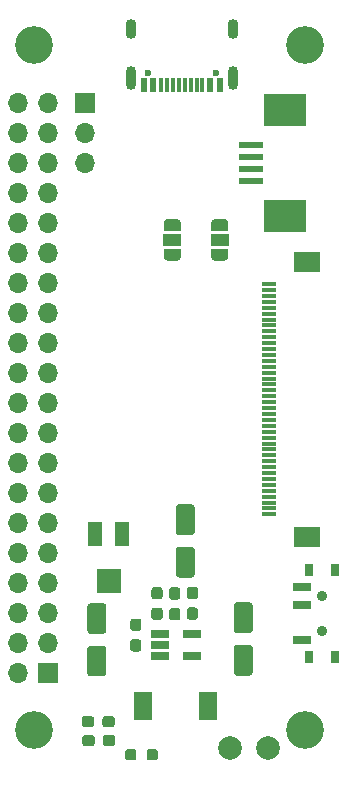
<source format=gbr>
G04 #@! TF.GenerationSoftware,KiCad,Pcbnew,5.1.9+dfsg1-1~bpo10+1*
G04 #@! TF.CreationDate,2021-04-26T12:45:50+00:00*
G04 #@! TF.ProjectId,rgb_lcd_pihat,7267625f-6c63-4645-9f70-696861742e6b,rev?*
G04 #@! TF.SameCoordinates,Original*
G04 #@! TF.FileFunction,Soldermask,Top*
G04 #@! TF.FilePolarity,Negative*
%FSLAX46Y46*%
G04 Gerber Fmt 4.6, Leading zero omitted, Abs format (unit mm)*
G04 Created by KiCad (PCBNEW 5.1.9+dfsg1-1~bpo10+1) date 2021-04-26 12:45:50*
%MOMM*%
%LPD*%
G01*
G04 APERTURE LIST*
%ADD10C,2.000000*%
%ADD11C,0.100000*%
%ADD12R,1.500000X1.000000*%
%ADD13R,0.600000X1.160000*%
%ADD14C,0.600000*%
%ADD15R,0.300000X1.160000*%
%ADD16O,0.900000X1.700000*%
%ADD17O,0.900000X2.000000*%
%ADD18C,3.200000*%
%ADD19R,1.700000X1.700000*%
%ADD20O,1.700000X1.700000*%
%ADD21R,1.500000X2.400000*%
%ADD22R,2.000000X0.610000*%
%ADD23R,3.600000X2.680000*%
%ADD24R,2.200000X1.800000*%
%ADD25R,1.300000X0.300000*%
%ADD26R,1.300000X2.000000*%
%ADD27R,2.000000X2.000000*%
%ADD28C,0.900000*%
%ADD29R,1.500000X0.700000*%
%ADD30R,0.800000X1.000000*%
%ADD31R,1.560000X0.650000*%
G04 APERTURE END LIST*
D10*
X63600000Y-98000000D03*
X60400000Y-98000000D03*
G36*
G01*
X53312500Y-98837500D02*
X53312500Y-98362500D01*
G75*
G02*
X53550000Y-98125000I237500J0D01*
G01*
X54050000Y-98125000D01*
G75*
G02*
X54287500Y-98362500I0J-237500D01*
G01*
X54287500Y-98837500D01*
G75*
G02*
X54050000Y-99075000I-237500J0D01*
G01*
X53550000Y-99075000D01*
G75*
G02*
X53312500Y-98837500I0J237500D01*
G01*
G37*
G36*
G01*
X51487500Y-98837500D02*
X51487500Y-98362500D01*
G75*
G02*
X51725000Y-98125000I237500J0D01*
G01*
X52225000Y-98125000D01*
G75*
G02*
X52462500Y-98362500I0J-237500D01*
G01*
X52462500Y-98837500D01*
G75*
G02*
X52225000Y-99075000I-237500J0D01*
G01*
X51725000Y-99075000D01*
G75*
G02*
X51487500Y-98837500I0J237500D01*
G01*
G37*
D11*
G36*
X58750000Y-54250000D02*
G01*
X58750000Y-53700000D01*
X58750602Y-53700000D01*
X58750602Y-53675466D01*
X58755412Y-53626635D01*
X58764984Y-53578510D01*
X58779228Y-53531555D01*
X58798005Y-53486222D01*
X58821136Y-53442949D01*
X58848396Y-53402150D01*
X58879524Y-53364221D01*
X58914221Y-53329524D01*
X58952150Y-53298396D01*
X58992949Y-53271136D01*
X59036222Y-53248005D01*
X59081555Y-53229228D01*
X59128510Y-53214984D01*
X59176635Y-53205412D01*
X59225466Y-53200602D01*
X59250000Y-53200602D01*
X59250000Y-53200000D01*
X59750000Y-53200000D01*
X59750000Y-53200602D01*
X59774534Y-53200602D01*
X59823365Y-53205412D01*
X59871490Y-53214984D01*
X59918445Y-53229228D01*
X59963778Y-53248005D01*
X60007051Y-53271136D01*
X60047850Y-53298396D01*
X60085779Y-53329524D01*
X60120476Y-53364221D01*
X60151604Y-53402150D01*
X60178864Y-53442949D01*
X60201995Y-53486222D01*
X60220772Y-53531555D01*
X60235016Y-53578510D01*
X60244588Y-53626635D01*
X60249398Y-53675466D01*
X60249398Y-53700000D01*
X60250000Y-53700000D01*
X60250000Y-54250000D01*
X58750000Y-54250000D01*
G37*
D12*
X59500000Y-55000000D03*
D11*
G36*
X60249398Y-56300000D02*
G01*
X60249398Y-56324534D01*
X60244588Y-56373365D01*
X60235016Y-56421490D01*
X60220772Y-56468445D01*
X60201995Y-56513778D01*
X60178864Y-56557051D01*
X60151604Y-56597850D01*
X60120476Y-56635779D01*
X60085779Y-56670476D01*
X60047850Y-56701604D01*
X60007051Y-56728864D01*
X59963778Y-56751995D01*
X59918445Y-56770772D01*
X59871490Y-56785016D01*
X59823365Y-56794588D01*
X59774534Y-56799398D01*
X59750000Y-56799398D01*
X59750000Y-56800000D01*
X59250000Y-56800000D01*
X59250000Y-56799398D01*
X59225466Y-56799398D01*
X59176635Y-56794588D01*
X59128510Y-56785016D01*
X59081555Y-56770772D01*
X59036222Y-56751995D01*
X58992949Y-56728864D01*
X58952150Y-56701604D01*
X58914221Y-56670476D01*
X58879524Y-56635779D01*
X58848396Y-56597850D01*
X58821136Y-56557051D01*
X58798005Y-56513778D01*
X58779228Y-56468445D01*
X58764984Y-56421490D01*
X58755412Y-56373365D01*
X58750602Y-56324534D01*
X58750602Y-56300000D01*
X58750000Y-56300000D01*
X58750000Y-55750000D01*
X60250000Y-55750000D01*
X60250000Y-56300000D01*
X60249398Y-56300000D01*
G37*
G36*
X56250000Y-55750000D02*
G01*
X56250000Y-56300000D01*
X56249398Y-56300000D01*
X56249398Y-56324534D01*
X56244588Y-56373365D01*
X56235016Y-56421490D01*
X56220772Y-56468445D01*
X56201995Y-56513778D01*
X56178864Y-56557051D01*
X56151604Y-56597850D01*
X56120476Y-56635779D01*
X56085779Y-56670476D01*
X56047850Y-56701604D01*
X56007051Y-56728864D01*
X55963778Y-56751995D01*
X55918445Y-56770772D01*
X55871490Y-56785016D01*
X55823365Y-56794588D01*
X55774534Y-56799398D01*
X55750000Y-56799398D01*
X55750000Y-56800000D01*
X55250000Y-56800000D01*
X55250000Y-56799398D01*
X55225466Y-56799398D01*
X55176635Y-56794588D01*
X55128510Y-56785016D01*
X55081555Y-56770772D01*
X55036222Y-56751995D01*
X54992949Y-56728864D01*
X54952150Y-56701604D01*
X54914221Y-56670476D01*
X54879524Y-56635779D01*
X54848396Y-56597850D01*
X54821136Y-56557051D01*
X54798005Y-56513778D01*
X54779228Y-56468445D01*
X54764984Y-56421490D01*
X54755412Y-56373365D01*
X54750602Y-56324534D01*
X54750602Y-56300000D01*
X54750000Y-56300000D01*
X54750000Y-55750000D01*
X56250000Y-55750000D01*
G37*
D12*
X55500000Y-55000000D03*
D11*
G36*
X54750602Y-53700000D02*
G01*
X54750602Y-53675466D01*
X54755412Y-53626635D01*
X54764984Y-53578510D01*
X54779228Y-53531555D01*
X54798005Y-53486222D01*
X54821136Y-53442949D01*
X54848396Y-53402150D01*
X54879524Y-53364221D01*
X54914221Y-53329524D01*
X54952150Y-53298396D01*
X54992949Y-53271136D01*
X55036222Y-53248005D01*
X55081555Y-53229228D01*
X55128510Y-53214984D01*
X55176635Y-53205412D01*
X55225466Y-53200602D01*
X55250000Y-53200602D01*
X55250000Y-53200000D01*
X55750000Y-53200000D01*
X55750000Y-53200602D01*
X55774534Y-53200602D01*
X55823365Y-53205412D01*
X55871490Y-53214984D01*
X55918445Y-53229228D01*
X55963778Y-53248005D01*
X56007051Y-53271136D01*
X56047850Y-53298396D01*
X56085779Y-53329524D01*
X56120476Y-53364221D01*
X56151604Y-53402150D01*
X56178864Y-53442949D01*
X56201995Y-53486222D01*
X56220772Y-53531555D01*
X56235016Y-53578510D01*
X56244588Y-53626635D01*
X56249398Y-53675466D01*
X56249398Y-53700000D01*
X56250000Y-53700000D01*
X56250000Y-54250000D01*
X54750000Y-54250000D01*
X54750000Y-53700000D01*
X54750602Y-53700000D01*
G37*
D13*
X53100000Y-41910000D03*
X53900000Y-41910000D03*
X53100000Y-41910000D03*
X53900000Y-41910000D03*
X59500000Y-41910000D03*
X59500000Y-41910000D03*
X58700000Y-41910000D03*
X58700000Y-41910000D03*
D14*
X59190000Y-40850000D03*
X53410000Y-40850000D03*
D15*
X54550000Y-41910000D03*
X55550000Y-41910000D03*
X55050000Y-41910000D03*
X57550000Y-41910000D03*
X58050000Y-41910000D03*
X56050000Y-41910000D03*
X56550000Y-41910000D03*
X57050000Y-41910000D03*
D16*
X51980000Y-37160000D03*
X60620000Y-37160000D03*
D17*
X51980000Y-41330000D03*
X60620000Y-41330000D03*
G36*
G01*
X62050000Y-88300000D02*
X60950000Y-88300000D01*
G75*
G02*
X60700000Y-88050000I0J250000D01*
G01*
X60700000Y-85950000D01*
G75*
G02*
X60950000Y-85700000I250000J0D01*
G01*
X62050000Y-85700000D01*
G75*
G02*
X62300000Y-85950000I0J-250000D01*
G01*
X62300000Y-88050000D01*
G75*
G02*
X62050000Y-88300000I-250000J0D01*
G01*
G37*
G36*
G01*
X62050000Y-91900000D02*
X60950000Y-91900000D01*
G75*
G02*
X60700000Y-91650000I0J250000D01*
G01*
X60700000Y-89550000D01*
G75*
G02*
X60950000Y-89300000I250000J0D01*
G01*
X62050000Y-89300000D01*
G75*
G02*
X62300000Y-89550000I0J-250000D01*
G01*
X62300000Y-91650000D01*
G75*
G02*
X62050000Y-91900000I-250000J0D01*
G01*
G37*
D18*
X66750000Y-96500000D03*
X66750000Y-38500000D03*
X43750000Y-96500000D03*
X43750000Y-38500000D03*
D19*
X45000000Y-91660000D03*
D20*
X42460000Y-91660000D03*
X45000000Y-89120000D03*
X42460000Y-89120000D03*
X45000000Y-86580000D03*
X42460000Y-86580000D03*
X45000000Y-84040000D03*
X42460000Y-84040000D03*
X45000000Y-81500000D03*
X42460000Y-81500000D03*
X45000000Y-78960000D03*
X42460000Y-78960000D03*
X45000000Y-76420000D03*
X42460000Y-76420000D03*
X45000000Y-73880000D03*
X42460000Y-73880000D03*
X45000000Y-71340000D03*
X42460000Y-71340000D03*
X45000000Y-68800000D03*
X42460000Y-68800000D03*
X45000000Y-66260000D03*
X42460000Y-66260000D03*
X45000000Y-63720000D03*
X42460000Y-63720000D03*
X45000000Y-61180000D03*
X42460000Y-61180000D03*
X45000000Y-58640000D03*
X42460000Y-58640000D03*
X45000000Y-56100000D03*
X42460000Y-56100000D03*
X45000000Y-53560000D03*
X42460000Y-53560000D03*
X45000000Y-51020000D03*
X42460000Y-51020000D03*
X45000000Y-48480000D03*
X42460000Y-48480000D03*
X45000000Y-45940000D03*
X42460000Y-45940000D03*
X45000000Y-43400000D03*
X42460000Y-43400000D03*
G36*
G01*
X52166500Y-87072000D02*
X52641500Y-87072000D01*
G75*
G02*
X52879000Y-87309500I0J-237500D01*
G01*
X52879000Y-87884500D01*
G75*
G02*
X52641500Y-88122000I-237500J0D01*
G01*
X52166500Y-88122000D01*
G75*
G02*
X51929000Y-87884500I0J237500D01*
G01*
X51929000Y-87309500D01*
G75*
G02*
X52166500Y-87072000I237500J0D01*
G01*
G37*
G36*
G01*
X52166500Y-88822000D02*
X52641500Y-88822000D01*
G75*
G02*
X52879000Y-89059500I0J-237500D01*
G01*
X52879000Y-89634500D01*
G75*
G02*
X52641500Y-89872000I-237500J0D01*
G01*
X52166500Y-89872000D01*
G75*
G02*
X51929000Y-89634500I0J237500D01*
G01*
X51929000Y-89059500D01*
G75*
G02*
X52166500Y-88822000I237500J0D01*
G01*
G37*
G36*
G01*
X50625000Y-95562500D02*
X50625000Y-96037500D01*
G75*
G02*
X50387500Y-96275000I-237500J0D01*
G01*
X49812500Y-96275000D01*
G75*
G02*
X49575000Y-96037500I0J237500D01*
G01*
X49575000Y-95562500D01*
G75*
G02*
X49812500Y-95325000I237500J0D01*
G01*
X50387500Y-95325000D01*
G75*
G02*
X50625000Y-95562500I0J-237500D01*
G01*
G37*
G36*
G01*
X48875000Y-95562500D02*
X48875000Y-96037500D01*
G75*
G02*
X48637500Y-96275000I-237500J0D01*
G01*
X48062500Y-96275000D01*
G75*
G02*
X47825000Y-96037500I0J237500D01*
G01*
X47825000Y-95562500D01*
G75*
G02*
X48062500Y-95325000I237500J0D01*
G01*
X48637500Y-95325000D01*
G75*
G02*
X48875000Y-95562500I0J-237500D01*
G01*
G37*
G36*
G01*
X48552000Y-85775000D02*
X49652000Y-85775000D01*
G75*
G02*
X49902000Y-86025000I0J-250000D01*
G01*
X49902000Y-88125000D01*
G75*
G02*
X49652000Y-88375000I-250000J0D01*
G01*
X48552000Y-88375000D01*
G75*
G02*
X48302000Y-88125000I0J250000D01*
G01*
X48302000Y-86025000D01*
G75*
G02*
X48552000Y-85775000I250000J0D01*
G01*
G37*
G36*
G01*
X48552000Y-89375000D02*
X49652000Y-89375000D01*
G75*
G02*
X49902000Y-89625000I0J-250000D01*
G01*
X49902000Y-91725000D01*
G75*
G02*
X49652000Y-91975000I-250000J0D01*
G01*
X48552000Y-91975000D01*
G75*
G02*
X48302000Y-91725000I0J250000D01*
G01*
X48302000Y-89625000D01*
G75*
G02*
X48552000Y-89375000I250000J0D01*
G01*
G37*
G36*
G01*
X47875000Y-97637500D02*
X47875000Y-97162500D01*
G75*
G02*
X48112500Y-96925000I237500J0D01*
G01*
X48687500Y-96925000D01*
G75*
G02*
X48925000Y-97162500I0J-237500D01*
G01*
X48925000Y-97637500D01*
G75*
G02*
X48687500Y-97875000I-237500J0D01*
G01*
X48112500Y-97875000D01*
G75*
G02*
X47875000Y-97637500I0J237500D01*
G01*
G37*
G36*
G01*
X49625000Y-97637500D02*
X49625000Y-97162500D01*
G75*
G02*
X49862500Y-96925000I237500J0D01*
G01*
X50437500Y-96925000D01*
G75*
G02*
X50675000Y-97162500I0J-237500D01*
G01*
X50675000Y-97637500D01*
G75*
G02*
X50437500Y-97875000I-237500J0D01*
G01*
X49862500Y-97875000D01*
G75*
G02*
X49625000Y-97637500I0J237500D01*
G01*
G37*
X48100000Y-48500000D03*
X48100000Y-45960000D03*
D19*
X48100000Y-43420000D03*
D21*
X58500000Y-94500000D03*
X53000000Y-94500000D03*
G36*
G01*
X57150000Y-83600000D02*
X56050000Y-83600000D01*
G75*
G02*
X55800000Y-83350000I0J250000D01*
G01*
X55800000Y-81250000D01*
G75*
G02*
X56050000Y-81000000I250000J0D01*
G01*
X57150000Y-81000000D01*
G75*
G02*
X57400000Y-81250000I0J-250000D01*
G01*
X57400000Y-83350000D01*
G75*
G02*
X57150000Y-83600000I-250000J0D01*
G01*
G37*
G36*
G01*
X57150000Y-80000000D02*
X56050000Y-80000000D01*
G75*
G02*
X55800000Y-79750000I0J250000D01*
G01*
X55800000Y-77650000D01*
G75*
G02*
X56050000Y-77400000I250000J0D01*
G01*
X57150000Y-77400000D01*
G75*
G02*
X57400000Y-77650000I0J-250000D01*
G01*
X57400000Y-79750000D01*
G75*
G02*
X57150000Y-80000000I-250000J0D01*
G01*
G37*
G36*
G01*
X56962500Y-84375000D02*
X57437500Y-84375000D01*
G75*
G02*
X57675000Y-84612500I0J-237500D01*
G01*
X57675000Y-85187500D01*
G75*
G02*
X57437500Y-85425000I-237500J0D01*
G01*
X56962500Y-85425000D01*
G75*
G02*
X56725000Y-85187500I0J237500D01*
G01*
X56725000Y-84612500D01*
G75*
G02*
X56962500Y-84375000I237500J0D01*
G01*
G37*
G36*
G01*
X56962500Y-86125000D02*
X57437500Y-86125000D01*
G75*
G02*
X57675000Y-86362500I0J-237500D01*
G01*
X57675000Y-86937500D01*
G75*
G02*
X57437500Y-87175000I-237500J0D01*
G01*
X56962500Y-87175000D01*
G75*
G02*
X56725000Y-86937500I0J237500D01*
G01*
X56725000Y-86362500D01*
G75*
G02*
X56962500Y-86125000I237500J0D01*
G01*
G37*
D22*
X62200000Y-50010000D03*
X62200000Y-49010000D03*
X62200000Y-48010000D03*
X62200000Y-47010000D03*
D23*
X65000000Y-53000000D03*
X65000000Y-44020000D03*
D24*
X66900000Y-56850000D03*
X66900000Y-80150000D03*
D25*
X63650000Y-78250000D03*
X63650000Y-77750000D03*
X63650000Y-77250000D03*
X63650000Y-76750000D03*
X63650000Y-76250000D03*
X63650000Y-75750000D03*
X63650000Y-75250000D03*
X63650000Y-74750000D03*
X63650000Y-74250000D03*
X63650000Y-73750000D03*
X63650000Y-73250000D03*
X63650000Y-72750000D03*
X63650000Y-72250000D03*
X63650000Y-71750000D03*
X63650000Y-71250000D03*
X63650000Y-70750000D03*
X63650000Y-70250000D03*
X63650000Y-69750000D03*
X63650000Y-69250000D03*
X63650000Y-68750000D03*
X63650000Y-68250000D03*
X63650000Y-67750000D03*
X63650000Y-67250000D03*
X63650000Y-66750000D03*
X63650000Y-66250000D03*
X63650000Y-65750000D03*
X63650000Y-65250000D03*
X63650000Y-64750000D03*
X63650000Y-64250000D03*
X63650000Y-63750000D03*
X63650000Y-63250000D03*
X63650000Y-62750000D03*
X63650000Y-62250000D03*
X63650000Y-61750000D03*
X63650000Y-61250000D03*
X63650000Y-60750000D03*
X63650000Y-60250000D03*
X63650000Y-59750000D03*
X63650000Y-59250000D03*
X63650000Y-58750000D03*
G36*
G01*
X55937500Y-87225000D02*
X55462500Y-87225000D01*
G75*
G02*
X55225000Y-86987500I0J237500D01*
G01*
X55225000Y-86412500D01*
G75*
G02*
X55462500Y-86175000I237500J0D01*
G01*
X55937500Y-86175000D01*
G75*
G02*
X56175000Y-86412500I0J-237500D01*
G01*
X56175000Y-86987500D01*
G75*
G02*
X55937500Y-87225000I-237500J0D01*
G01*
G37*
G36*
G01*
X55937500Y-85475000D02*
X55462500Y-85475000D01*
G75*
G02*
X55225000Y-85237500I0J237500D01*
G01*
X55225000Y-84662500D01*
G75*
G02*
X55462500Y-84425000I237500J0D01*
G01*
X55937500Y-84425000D01*
G75*
G02*
X56175000Y-84662500I0J-237500D01*
G01*
X56175000Y-85237500D01*
G75*
G02*
X55937500Y-85475000I-237500J0D01*
G01*
G37*
G36*
G01*
X53962500Y-86150000D02*
X54437500Y-86150000D01*
G75*
G02*
X54675000Y-86387500I0J-237500D01*
G01*
X54675000Y-86962500D01*
G75*
G02*
X54437500Y-87200000I-237500J0D01*
G01*
X53962500Y-87200000D01*
G75*
G02*
X53725000Y-86962500I0J237500D01*
G01*
X53725000Y-86387500D01*
G75*
G02*
X53962500Y-86150000I237500J0D01*
G01*
G37*
G36*
G01*
X53962500Y-84400000D02*
X54437500Y-84400000D01*
G75*
G02*
X54675000Y-84637500I0J-237500D01*
G01*
X54675000Y-85212500D01*
G75*
G02*
X54437500Y-85450000I-237500J0D01*
G01*
X53962500Y-85450000D01*
G75*
G02*
X53725000Y-85212500I0J237500D01*
G01*
X53725000Y-84637500D01*
G75*
G02*
X53962500Y-84400000I237500J0D01*
G01*
G37*
D26*
X48950000Y-79900000D03*
D27*
X50100000Y-83900000D03*
D26*
X51250000Y-79900000D03*
D28*
X68210000Y-88150000D03*
X68210000Y-85150000D03*
D29*
X66450000Y-88900000D03*
X66450000Y-85900000D03*
X66450000Y-84400000D03*
D30*
X69310000Y-90300000D03*
X69310000Y-83000000D03*
X67100000Y-83000000D03*
X67100000Y-90300000D03*
D31*
X54436000Y-88350000D03*
X54436000Y-89300000D03*
X54436000Y-90250000D03*
X57136000Y-90250000D03*
X57136000Y-88350000D03*
M02*

</source>
